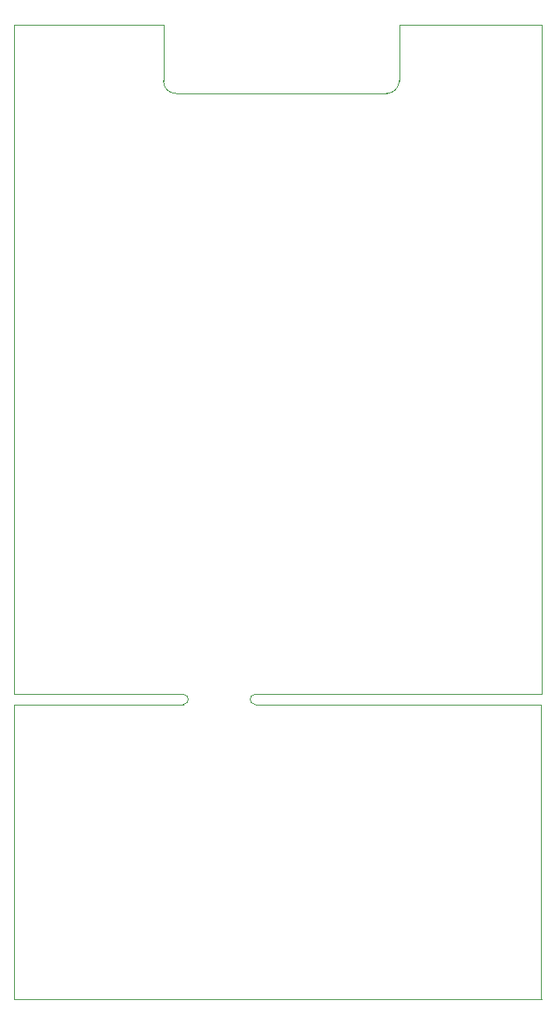
<source format=gbr>
G04 #@! TF.GenerationSoftware,KiCad,Pcbnew,(6.0.5)*
G04 #@! TF.CreationDate,2023-01-06T17:56:39+09:00*
G04 #@! TF.ProjectId,signalprocessing,7369676e-616c-4707-926f-63657373696e,rev?*
G04 #@! TF.SameCoordinates,Original*
G04 #@! TF.FileFunction,Profile,NP*
%FSLAX46Y46*%
G04 Gerber Fmt 4.6, Leading zero omitted, Abs format (unit mm)*
G04 Created by KiCad (PCBNEW (6.0.5)) date 2023-01-06 17:56:39*
%MOMM*%
%LPD*%
G01*
G04 APERTURE LIST*
G04 #@! TA.AperFunction,Profile*
%ADD10C,0.100000*%
G04 #@! TD*
G04 APERTURE END LIST*
D10*
X102108000Y-147000000D02*
X131395438Y-147007192D01*
X77400000Y-177165000D02*
X77400000Y-146999999D01*
X92710000Y-83185000D02*
X92710000Y-77400000D01*
X77400000Y-177165000D02*
X131400000Y-177165000D01*
X131400479Y-145970118D02*
X102108000Y-145969902D01*
X94742000Y-145970118D02*
X77399860Y-145967195D01*
X131395438Y-147007192D02*
X131395438Y-177165000D01*
X116840000Y-83185000D02*
X116840000Y-77400000D01*
X94742000Y-147000082D02*
G75*
G03*
X94742000Y-145970118I0J514982D01*
G01*
X92710000Y-83185000D02*
G75*
G03*
X93980000Y-84455000I1270000J0D01*
G01*
X131400000Y-77400000D02*
X131400479Y-145970118D01*
X77400000Y-77400000D02*
X77399860Y-145967195D01*
X115570000Y-84455000D02*
G75*
G03*
X116840000Y-83185000I0J1270000D01*
G01*
X116840000Y-77400000D02*
X131400000Y-77400000D01*
X102108000Y-145970000D02*
G75*
G03*
X102108000Y-147000000I0J-515000D01*
G01*
X77388946Y-146999999D02*
X94742000Y-147000000D01*
X115570000Y-84455000D02*
X93980000Y-84455000D01*
X77400000Y-77400000D02*
X92710000Y-77400000D01*
M02*

</source>
